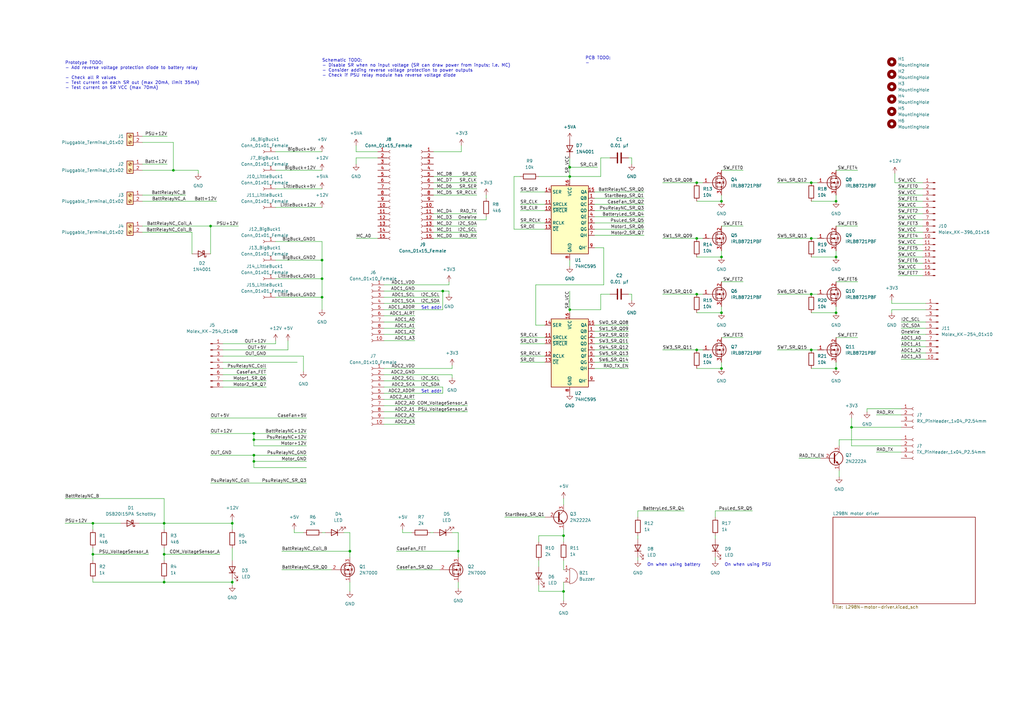
<source format=kicad_sch>
(kicad_sch (version 20211123) (generator eeschema)
  (paper "A3")
  (title_block (title "Greenhouse control unit") (date "2022-03-27") (rev "1"))
  (junction (at 104.14 180.34))
  (junction (at 38.1 227.33))
  (junction (at 38.1 214.63))
  (junction (at 231.14 219.71))
  (junction (at 104.14 186.69))
  (junction (at 187.96 226.06))
  (junction (at 285.75 143.51))
  (junction (at 67.31 214.63))
  (junction (at 349.25 175.26))
  (junction (at 295.91 82.55))
  (junction (at 132.08 106.68))
  (junction (at 71.12 69.85))
  (junction (at 67.31 238.76))
  (junction (at 342.9 82.55))
  (junction (at 332.74 120.65))
  (junction (at 285.75 120.65))
  (junction (at 95.25 238.76))
  (junction (at 295.91 151.13))
  (junction (at 181.61 119.38))
  (junction (at 143.51 226.06))
  (junction (at 231.14 242.57))
  (junction (at 342.9 151.13))
  (junction (at 342.9 105.41))
  (junction (at 295.91 128.27))
  (junction (at 295.91 105.41))
  (junction (at 285.75 97.79))
  (junction (at 132.08 121.92))
  (junction (at 233.68 68.58))
  (junction (at 67.31 227.33))
  (junction (at 132.08 114.3))
  (junction (at 233.68 127))
  (junction (at 95.25 214.63))
  (junction (at 332.74 74.93))
  (junction (at 285.75 74.93))
  (junction (at 86.36 92.71))
  (junction (at 104.14 189.23))
  (junction (at 332.74 97.79))
  (junction (at 342.9 128.27))
  (junction (at 104.14 177.8))
  (junction (at 233.68 72.39))
  (junction (at 332.74 143.51))
  (wire (pts (xy 355.6 167.64) (xy 355.6 168.91)))
  (wire (pts (xy 185.42 149.86) (xy 185.42 151.13)))
  (wire (pts (xy 177.8 77.47) (xy 195.58 77.47)))
  (wire (pts (xy 365.76 124.46) (xy 365.76 123.19)))
  (wire (pts (xy 344.17 180.34) (xy 344.17 182.88)))
  (wire (pts (xy 233.68 68.58) (xy 233.68 72.39)))
  (wire (pts (xy 71.12 58.42) (xy 71.12 69.85)))
  (wire (pts (xy 259.08 120.65) (xy 259.08 123.19)))
  (wire (pts (xy 118.11 143.51) (xy 118.11 139.7)))
  (wire (pts (xy 115.57 226.06) (xy 143.51 226.06)))
  (wire (pts (xy 261.62 220.98) (xy 261.62 219.71)))
  (wire (pts (xy 231.14 219.71) (xy 220.98 219.71)))
  (wire (pts (xy 26.67 204.47) (xy 67.31 204.47)))
  (wire (pts (xy 246.38 127) (xy 246.38 120.65)))
  (wire (pts (xy 81.28 69.85) (xy 81.28 71.12)))
  (wire (pts (xy 213.36 148.59) (xy 223.52 148.59)))
  (wire (pts (xy 368.3 105.41) (xy 378.46 105.41)))
  (wire (pts (xy 78.74 104.14) (xy 78.74 95.25)))
  (wire (pts (xy 379.73 124.46) (xy 365.76 124.46)))
  (wire (pts (xy 261.62 228.6) (xy 261.62 229.87)))
  (wire (pts (xy 189.23 62.23) (xy 189.23 59.69)))
  (wire (pts (xy 91.44 140.97) (xy 113.03 140.97)))
  (wire (pts (xy 295.91 105.41) (xy 295.91 102.87)))
  (wire (pts (xy 247.65 116.84) (xy 219.71 116.84)))
  (wire (pts (xy 67.31 227.33) (xy 90.17 227.33)))
  (wire (pts (xy 157.48 129.54) (xy 170.18 129.54)))
  (wire (pts (xy 125.73 191.77) (xy 104.14 191.77)))
  (wire (pts (xy 199.39 90.17) (xy 199.39 88.9)))
  (wire (pts (xy 332.74 97.79) (xy 335.28 97.79)))
  (wire (pts (xy 246.38 64.77) (xy 250.19 64.77)))
  (wire (pts (xy 368.3 100.33) (xy 378.46 100.33)))
  (wire (pts (xy 177.8 92.71) (xy 195.58 92.71)))
  (wire (pts (xy 38.1 217.17) (xy 38.1 214.63)))
  (wire (pts (xy 162.56 233.68) (xy 180.34 233.68)))
  (wire (pts (xy 220.98 240.03) (xy 220.98 242.57)))
  (wire (pts (xy 113.03 77.47) (xy 132.08 77.47)))
  (wire (pts (xy 58.42 80.01) (xy 76.2 80.01)))
  (wire (pts (xy 231.14 229.87) (xy 231.14 233.68)))
  (wire (pts (xy 233.68 106.68) (xy 233.68 109.22)))
  (wire (pts (xy 243.84 143.51) (xy 257.81 143.51)))
  (wire (pts (xy 132.08 106.68) (xy 132.08 114.3)))
  (wire (pts (xy 67.31 238.76) (xy 95.25 238.76)))
  (wire (pts (xy 58.42 82.55) (xy 88.9 82.55)))
  (wire (pts (xy 86.36 92.71) (xy 86.36 104.14)))
  (wire (pts (xy 349.25 175.26) (xy 369.57 175.26)))
  (wire (pts (xy 243.84 78.74) (xy 264.16 78.74)))
  (wire (pts (xy 177.8 72.39) (xy 195.58 72.39)))
  (wire (pts (xy 285.75 105.41) (xy 295.91 105.41)))
  (wire (pts (xy 38.1 227.33) (xy 38.1 224.79)))
  (wire (pts (xy 146.05 64.77) (xy 146.05 67.31)))
  (wire (pts (xy 113.03 114.3) (xy 132.08 114.3)))
  (wire (pts (xy 57.15 214.63) (xy 67.31 214.63)))
  (wire (pts (xy 157.48 119.38) (xy 181.61 119.38)))
  (wire (pts (xy 143.51 226.06) (xy 143.51 228.6)))
  (wire (pts (xy 187.96 218.44) (xy 187.96 226.06)))
  (wire (pts (xy 243.84 138.43) (xy 257.81 138.43)))
  (wire (pts (xy 95.25 224.79) (xy 95.25 229.87)))
  (wire (pts (xy 38.1 214.63) (xy 49.53 214.63)))
  (wire (pts (xy 157.48 124.46) (xy 180.34 124.46)))
  (wire (pts (xy 318.77 120.65) (xy 332.74 120.65)))
  (wire (pts (xy 318.77 74.93) (xy 332.74 74.93)))
  (wire (pts (xy 187.96 226.06) (xy 187.96 228.6)))
  (wire (pts (xy 157.48 161.29) (xy 181.61 161.29)))
  (wire (pts (xy 344.17 193.04) (xy 344.17 195.58)))
  (wire (pts (xy 257.81 120.65) (xy 259.08 120.65)))
  (wire (pts (xy 157.48 127) (xy 181.61 127)))
  (wire (pts (xy 132.08 114.3) (xy 132.08 121.92)))
  (wire (pts (xy 295.91 151.13) (xy 295.91 148.59)))
  (wire (pts (xy 165.1 217.17) (xy 165.1 218.44)))
  (wire (pts (xy 233.68 72.39) (xy 246.38 72.39)))
  (wire (pts (xy 368.3 113.03) (xy 378.46 113.03)))
  (wire (pts (xy 261.62 209.55) (xy 261.62 212.09)))
  (wire (pts (xy 349.25 182.88) (xy 369.57 182.88)))
  (wire (pts (xy 113.03 85.09) (xy 132.08 85.09)))
  (wire (pts (xy 246.38 72.39) (xy 246.38 64.77)))
  (wire (pts (xy 125.73 182.88) (xy 104.14 182.88)))
  (wire (pts (xy 243.84 83.82) (xy 264.16 83.82)))
  (wire (pts (xy 231.14 204.47) (xy 231.14 207.01)))
  (wire (pts (xy 86.36 171.45) (xy 125.73 171.45)))
  (wire (pts (xy 157.48 139.7) (xy 170.18 139.7)))
  (wire (pts (xy 223.52 212.09) (xy 207.01 212.09)))
  (wire (pts (xy 199.39 80.01) (xy 199.39 81.28)))
  (wire (pts (xy 295.91 115.57) (xy 304.8 115.57)))
  (wire (pts (xy 125.73 189.23) (xy 104.14 189.23)))
  (wire (pts (xy 369.57 134.62) (xy 379.73 134.62)))
  (wire (pts (xy 368.3 77.47) (xy 378.46 77.47)))
  (wire (pts (xy 220.98 72.39) (xy 233.68 72.39)))
  (wire (pts (xy 259.08 64.77) (xy 259.08 67.31)))
  (wire (pts (xy 120.65 218.44) (xy 124.46 218.44)))
  (wire (pts (xy 38.1 229.87) (xy 38.1 227.33)))
  (wire (pts (xy 86.36 177.8) (xy 104.14 177.8)))
  (wire (pts (xy 157.48 116.84) (xy 184.15 116.84)))
  (wire (pts (xy 318.77 143.51) (xy 332.74 143.51)))
  (wire (pts (xy 113.03 69.85) (xy 132.08 69.85)))
  (wire (pts (xy 231.14 242.57) (xy 231.14 246.38)))
  (wire (pts (xy 243.84 81.28) (xy 264.16 81.28)))
  (wire (pts (xy 233.68 64.77) (xy 233.68 68.58)))
  (wire (pts (xy 243.84 135.89) (xy 257.81 135.89)))
  (wire (pts (xy 308.61 209.55) (xy 293.37 209.55)))
  (wire (pts (xy 165.1 218.44) (xy 168.91 218.44)))
  (wire (pts (xy 243.84 148.59) (xy 257.81 148.59)))
  (wire (pts (xy 342.9 138.43) (xy 351.79 138.43)))
  (wire (pts (xy 369.57 167.64) (xy 355.6 167.64)))
  (wire (pts (xy 243.84 101.6) (xy 247.65 101.6)))
  (wire (pts (xy 210.82 72.39) (xy 210.82 93.98)))
  (wire (pts (xy 243.84 88.9) (xy 264.16 88.9)))
  (wire (pts (xy 246.38 120.65) (xy 250.19 120.65)))
  (wire (pts (xy 332.74 120.65) (xy 335.28 120.65)))
  (wire (pts (xy 176.53 218.44) (xy 177.8 218.44)))
  (wire (pts (xy 369.57 139.7) (xy 379.73 139.7)))
  (wire (pts (xy 213.36 86.36) (xy 223.52 86.36)))
  (wire (pts (xy 359.41 170.18) (xy 369.57 170.18)))
  (wire (pts (xy 285.75 120.65) (xy 288.29 120.65)))
  (wire (pts (xy 91.44 151.13) (xy 109.22 151.13)))
  (wire (pts (xy 327.66 187.96) (xy 336.55 187.96)))
  (wire (pts (xy 157.48 163.83) (xy 170.18 163.83)))
  (wire (pts (xy 157.48 121.92) (xy 180.34 121.92)))
  (wire (pts (xy 67.31 227.33) (xy 67.31 229.87)))
  (wire (pts (xy 332.74 74.93) (xy 335.28 74.93)))
  (wire (pts (xy 157.48 173.99) (xy 170.18 173.99)))
  (wire (pts (xy 104.14 186.69) (xy 125.73 186.69)))
  (wire (pts (xy 293.37 209.55) (xy 293.37 212.09)))
  (wire (pts (xy 104.14 177.8) (xy 125.73 177.8)))
  (wire (pts (xy 271.78 143.51) (xy 285.75 143.51)))
  (wire (pts (xy 91.44 148.59) (xy 121.92 148.59)))
  (wire (pts (xy 243.84 91.44) (xy 264.16 91.44)))
  (wire (pts (xy 26.67 214.63) (xy 38.1 214.63)))
  (wire (pts (xy 177.8 97.79) (xy 195.58 97.79)))
  (wire (pts (xy 58.42 58.42) (xy 71.12 58.42)))
  (wire (pts (xy 245.11 68.58) (xy 233.68 68.58)))
  (wire (pts (xy 177.8 95.25) (xy 195.58 95.25)))
  (wire (pts (xy 67.31 214.63) (xy 95.25 214.63)))
  (wire (pts (xy 344.17 180.34) (xy 369.57 180.34)))
  (wire (pts (xy 280.67 209.55) (xy 261.62 209.55)))
  (wire (pts (xy 368.3 107.95) (xy 378.46 107.95)))
  (wire (pts (xy 67.31 237.49) (xy 67.31 238.76)))
  (wire (pts (xy 113.03 99.06) (xy 132.08 99.06)))
  (wire (pts (xy 95.25 238.76) (xy 95.25 240.03)))
  (wire (pts (xy 157.48 134.62) (xy 170.18 134.62)))
  (wire (pts (xy 367.03 71.12) (xy 367.03 74.93)))
  (wire (pts (xy 369.57 144.78) (xy 379.73 144.78)))
  (wire (pts (xy 143.51 218.44) (xy 140.97 218.44)))
  (wire (pts (xy 213.36 78.74) (xy 223.52 78.74)))
  (wire (pts (xy 243.84 146.05) (xy 257.81 146.05)))
  (wire (pts (xy 318.77 97.79) (xy 332.74 97.79)))
  (wire (pts (xy 220.98 219.71) (xy 220.98 222.25)))
  (wire (pts (xy 184.15 115.57) (xy 184.15 116.84)))
  (wire (pts (xy 104.14 180.34) (xy 104.14 177.8)))
  (wire (pts (xy 146.05 62.23) (xy 154.94 62.23)))
  (wire (pts (xy 104.14 191.77) (xy 104.14 189.23)))
  (wire (pts (xy 243.84 151.13) (xy 257.81 151.13)))
  (wire (pts (xy 293.37 228.6) (xy 293.37 229.87)))
  (wire (pts (xy 104.14 182.88) (xy 104.14 180.34)))
  (wire (pts (xy 231.14 219.71) (xy 231.14 222.25)))
  (wire (pts (xy 58.42 69.85) (xy 71.12 69.85)))
  (wire (pts (xy 257.81 64.77) (xy 259.08 64.77)))
  (wire (pts (xy 285.75 82.55) (xy 295.91 82.55)))
  (wire (pts (xy 124.46 146.05) (xy 124.46 152.4)))
  (wire (pts (xy 332.74 151.13) (xy 342.9 151.13)))
  (wire (pts (xy 349.25 171.45) (xy 349.25 175.26)))
  (wire (pts (xy 233.68 127) (xy 233.68 128.27)))
  (wire (pts (xy 86.36 186.69) (xy 104.14 186.69)))
  (wire (pts (xy 342.9 128.27) (xy 342.9 125.73)))
  (wire (pts (xy 213.36 138.43) (xy 223.52 138.43)))
  (wire (pts (xy 332.74 82.55) (xy 342.9 82.55)))
  (wire (pts (xy 368.3 92.71) (xy 378.46 92.71)))
  (wire (pts (xy 369.57 132.08) (xy 379.73 132.08)))
  (wire (pts (xy 359.41 185.42) (xy 369.57 185.42)))
  (wire (pts (xy 181.61 119.38) (xy 184.15 119.38)))
  (wire (pts (xy 213.36 72.39) (xy 210.82 72.39)))
  (wire (pts (xy 368.3 102.87) (xy 378.46 102.87)))
  (wire (pts (xy 91.44 156.21) (xy 109.22 156.21)))
  (wire (pts (xy 368.3 82.55) (xy 378.46 82.55)))
  (wire (pts (xy 157.48 151.13) (xy 185.42 151.13)))
  (wire (pts (xy 342.9 92.71) (xy 351.79 92.71)))
  (wire (pts (xy 184.15 120.65) (xy 184.15 119.38)))
  (wire (pts (xy 213.36 91.44) (xy 223.52 91.44)))
  (wire (pts (xy 213.36 146.05) (xy 223.52 146.05)))
  (wire (pts (xy 368.3 85.09) (xy 378.46 85.09)))
  (wire (pts (xy 38.1 238.76) (xy 67.31 238.76)))
  (wire (pts (xy 177.8 87.63) (xy 195.58 87.63)))
  (wire (pts (xy 115.57 233.68) (xy 135.89 233.68)))
  (wire (pts (xy 271.78 74.93) (xy 285.75 74.93)))
  (wire (pts (xy 146.05 59.69) (xy 146.05 62.23)))
  (wire (pts (xy 368.3 87.63) (xy 378.46 87.63)))
  (wire (pts (xy 177.8 90.17) (xy 199.39 90.17)))
  (wire (pts (xy 132.08 121.92) (xy 132.08 127)))
  (wire (pts (xy 247.65 101.6) (xy 247.65 116.84)))
  (wire (pts (xy 220.98 242.57) (xy 231.14 242.57)))
  (wire (pts (xy 157.48 171.45) (xy 170.18 171.45)))
  (wire (pts (xy 157.48 156.21) (xy 180.34 156.21)))
  (wire (pts (xy 368.3 110.49) (xy 378.46 110.49)))
  (wire (pts (xy 231.14 217.17) (xy 231.14 219.71)))
  (wire (pts (xy 181.61 127) (xy 181.61 119.38)))
  (wire (pts (xy 154.94 64.77) (xy 146.05 64.77)))
  (wire (pts (xy 113.03 106.68) (xy 132.08 106.68)))
  (wire (pts (xy 219.71 116.84) (xy 219.71 133.35)))
  (wire (pts (xy 342.9 105.41) (xy 342.9 102.87)))
  (wire (pts (xy 368.3 95.25) (xy 378.46 95.25)))
  (wire (pts (xy 365.76 127) (xy 365.76 128.27)))
  (wire (pts (xy 187.96 238.76) (xy 187.96 241.3)))
  (wire (pts (xy 58.42 55.88) (xy 68.58 55.88)))
  (wire (pts (xy 185.42 218.44) (xy 187.96 218.44)))
  (wire (pts (xy 368.3 90.17) (xy 378.46 90.17)))
  (wire (pts (xy 231.14 238.76) (xy 231.14 242.57)))
  (wire (pts (xy 132.08 99.06) (xy 132.08 106.68)))
  (wire (pts (xy 332.74 143.51) (xy 335.28 143.51)))
  (wire (pts (xy 157.48 168.91) (xy 191.77 168.91)))
  (wire (pts (xy 91.44 153.67) (xy 109.22 153.67)))
  (wire (pts (xy 86.36 92.71) (xy 97.79 92.71)))
  (wire (pts (xy 58.42 95.25) (xy 78.74 95.25)))
  (wire (pts (xy 367.03 74.93) (xy 378.46 74.93)))
  (wire (pts (xy 243.84 93.98) (xy 264.16 93.98)))
  (wire (pts (xy 243.84 96.52) (xy 264.16 96.52)))
  (wire (pts (xy 332.74 105.41) (xy 342.9 105.41)))
  (wire (pts (xy 143.51 218.44) (xy 143.51 226.06)))
  (wire (pts (xy 213.36 140.97) (xy 223.52 140.97)))
  (wire (pts (xy 349.25 175.26) (xy 349.25 182.88)))
  (wire (pts (xy 181.61 158.75) (xy 181.61 161.29)))
  (wire (pts (xy 38.1 237.49) (xy 38.1 238.76)))
  (wire (pts (xy 293.37 220.98) (xy 293.37 219.71)))
  (wire (pts (xy 243.84 140.97) (xy 257.81 140.97)))
  (wire (pts (xy 157.48 158.75) (xy 181.61 158.75)))
  (wire (pts (xy 177.8 74.93) (xy 195.58 74.93)))
  (wire (pts (xy 81.28 69.85) (xy 71.12 69.85)))
  (wire (pts (xy 379.73 127) (xy 365.76 127)))
  (wire (pts (xy 233.68 72.39) (xy 233.68 73.66)))
  (wire (pts (xy 58.42 67.31) (xy 68.58 67.31)))
  (wire (pts (xy 113.03 139.7) (xy 113.03 140.97)))
  (wire (pts (xy 113.03 121.92) (xy 132.08 121.92)))
  (wire (pts (xy 157.48 137.16) (xy 170.18 137.16)))
  (wire (pts (xy 210.82 93.98) (xy 223.52 93.98)))
  (wire (pts (xy 113.03 62.23) (xy 132.08 62.23)))
  (wire (pts (xy 60.96 227.33) (xy 38.1 227.33)))
  (wire (pts (xy 91.44 158.75) (xy 109.22 158.75)))
  (wire (pts (xy 368.3 80.01) (xy 378.46 80.01)))
  (wire (pts (xy 185.42 154.94) (xy 185.42 153.67)))
  (wire (pts (xy 285.75 151.13) (xy 295.91 151.13)))
  (wire (pts (xy 132.08 218.44) (xy 133.35 218.44)))
  (wire (pts (xy 351.79 69.85) (xy 342.9 69.85)))
  (wire (pts (xy 213.36 83.82) (xy 223.52 83.82)))
  (wire (pts (xy 295.91 82.55) (xy 295.91 80.01)))
  (wire (pts (xy 91.44 143.51) (xy 118.11 143.51)))
  (wire (pts (xy 104.14 189.23) (xy 104.14 186.69)))
  (wire (pts (xy 91.44 146.05) (xy 124.46 146.05)))
  (wire (pts (xy 304.8 69.85) (xy 295.91 69.85)))
  (wire (pts (xy 233.68 119.38) (xy 233.68 127)))
  (wire (pts (xy 369.57 142.24) (xy 379.73 142.24)))
  (wire (pts (xy 369.57 137.16) (xy 379.73 137.16)))
  (wire (pts (xy 271.78 120.65) (xy 285.75 120.65)))
  (wire (pts (xy 219.71 133.35) (xy 223.52 133.35)))
  (wire (pts (xy 368.3 97.79) (xy 378.46 97.79)))
  (wire (pts (xy 67.31 204.47) (xy 67.31 214.63)))
  (wire (pts (xy 342.9 151.13) (xy 342.9 148.59)))
  (wire (pts (xy 285.75 128.27) (xy 295.91 128.27)))
  (wire (pts (xy 177.8 62.23) (xy 189.23 62.23)))
  (wire (pts (xy 177.8 80.01) (xy 195.58 80.01)))
  (wire (pts (xy 342.9 82.55) (xy 342.9 80.01)))
  (wire (pts (xy 243.84 86.36) (xy 264.16 86.36)))
  (wire (pts (xy 157.48 166.37) (xy 191.77 166.37)))
  (wire (pts (xy 295.91 138.43) (xy 304.8 138.43)))
  (wire (pts (xy 332.74 128.27) (xy 342.9 128.27)))
  (wire (pts (xy 143.51 238.76) (xy 143.51 242.57)))
  (wire (pts (xy 95.25 213.36) (xy 95.25 214.63)))
  (wire (pts (xy 285.75 97.79) (xy 288.29 97.79)))
  (wire (pts (xy 95.25 217.17) (xy 95.25 214.63)))
  (wire (pts (xy 125.73 180.34) (xy 104.14 180.34)))
  (wire (pts (xy 271.78 97.79) (xy 285.75 97.79)))
  (wire (pts (xy 86.36 198.12) (xy 125.73 198.12)))
  (wire (pts (xy 342.9 115.57) (xy 351.79 115.57)))
  (wire (pts (xy 233.68 127) (xy 246.38 127)))
  (wire (pts (xy 295.91 92.71) (xy 304.8 92.71)))
  (wire (pts (xy 157.48 153.67) (xy 185.42 153.67)))
  (wire (pts (xy 295.91 128.27) (xy 295.91 125.73)))
  (wire (pts (xy 243.84 133.35) (xy 257.81 133.35)))
  (wire (pts (xy 58.42 92.71) (xy 86.36 92.71)))
  (wire (pts (xy 146.05 97.79) (xy 154.94 97.79)))
  (wire (pts (xy 120.65 217.17) (xy 120.65 218.44)))
  (wire (pts (xy 162.56 226.06) (xy 187.96 226.06)))
  (wire (pts (xy 369.57 147.32) (xy 379.73 147.32)))
  (wire (pts (xy 157.48 132.08) (xy 170.18 132.08)))
  (wire (pts (xy 67.31 217.17) (xy 67.31 214.63)))
  (wire (pts (xy 67.31 224.79) (xy 67.31 227.33)))
  (wire (pts (xy 220.98 229.87) (xy 220.98 232.41)))
  (wire (pts (xy 95.25 237.49) (xy 95.25 238.76)))
  (wire (pts (xy 285.75 74.93) (xy 288.29 74.93)))
  (wire (pts (xy 285.75 143.51) (xy 288.29 143.51)))
  (text "On when using battery" (at 265.43 232.41 0) (effects (font (size 1.27 1.27)) (justify left bottom)))
  (text "PCB TODO:\n- " (at 240.03 26.67 0) (effects (font (size 1.27 1.27)) (justify left bottom)))
  (text "Set addr" (at 172.72 127 0) (effects (font (size 1.27 1.27)) (justify left bottom)))
  (text "Set addr" (at 172.72 161.29 0) (effects (font (size 1.27 1.27)) (justify left bottom)))
  (text "On when using PSU" (at 297.18 232.41 0) (effects (font (size 1.27 1.27)) (justify left bottom)))
  (text "Schematic TODO: \n- Disable SR when no input voltage (SR can draw power from inputs; i.e. MC)\n- Consider adding reverse voltage protection to power outputs\n- Check if PSU relay module has reverse voltage diode" (at 132.08 31.75 0) (effects (font (size 1.27 1.27)) (justify left bottom)))
  (text "Prototype TODO:\n- Add reverse voltage protection diode to battery relay\n\n- Check all R values\n- Test current on each SR out (max 20mA, limit 35mA)\n- Test current on SR VCC (max 70mA)\n" (at 26.67 36.83 0) (effects (font (size 1.27 1.27)) (justify left bottom)))
  (label "ADC2_A1" (at 170.18 168.91 180))
  (label "SW_VCC" (at 368.3 80.01 0))
  (label "SW_FET0" (at 368.3 77.47 0))
  (label "COM_VoltageSensor_A" (at 90.17 227.33 180))
  (label "MC_D6" (at 185.42 77.47 180))
  (label "SW_FET3" (at 368.3 92.71 0))
  (label "SR_RCLK" (at 213.36 146.05 0))
  (label "OUT+5V" (at 86.36 171.45 0))
  (label "MC_D0" (at 185.42 97.79 180))
  (label "ADC2_A2" (at 170.18 171.45 180))
  (label "OneWire" (at 195.58 90.17 180))
  (label "Motor2_SR_Q7" (at 109.22 158.75 180))
  (label "PSU+12V" (at 68.58 55.88 180))
  (label "SW_FET0" (at 304.8 69.85 180))
  (label "SW_FET6" (at 351.79 115.57 180))
  (label "SW_FET7" (at 351.79 138.43 180))
  (label "Motor1_SR_Q6" (at 264.16 93.98 180))
  (label "Batt+12V" (at 68.58 67.31 180))
  (label "PsuRelayNC_Coil" (at 86.36 198.12 0))
  (label "LittleBuck_GND2" (at 129.54 121.92 180))
  (label "PsuRelayNC_Coil" (at 109.22 151.13 180))
  (label "SW0_SR_Q08" (at 257.81 133.35 180))
  (label "MC_A0" (at 146.05 97.79 0))
  (label "SW1_SR_Q09" (at 257.81 135.89 180))
  (label "SW_FET1" (at 368.3 82.55 0))
  (label "SR_CLR" (at 213.36 140.97 0))
  (label "RAD_TX_EN" (at 327.66 187.96 0))
  (label "ADC1_GND" (at 170.18 119.38 180))
  (label "SW1_SR_Q09" (at 271.78 97.79 0))
  (label "ADC2_SCL" (at 170.18 156.21 180))
  (label "SR_RCLK" (at 213.36 91.44 0))
  (label "CaseFan_FET" (at 162.56 226.06 0))
  (label "BattRelayNC_A" (at 76.2 82.55 180))
  (label "SW6_SR_Q14" (at 318.77 120.65 0))
  (label "ADC2_A3" (at 170.18 173.99 180))
  (label "SW_VCC" (at 368.3 110.49 0))
  (label "PSU+12V" (at 26.67 214.63 0))
  (label "Motor2_SR_Q7" (at 264.16 96.52 180))
  (label "MC_D8" (at 185.42 72.39 180))
  (label "ADC2_ALRT" (at 170.18 163.83 180))
  (label "ADC1_ADDR" (at 170.18 127 180))
  (label "PsuRelayNC_GND" (at 125.73 186.69 180))
  (label "ADC1_ALRT" (at 170.18 129.54 180))
  (label "SW_VCC" (at 368.3 105.41 0))
  (label "RAD_TX_EN" (at 257.81 151.13 180))
  (label "OneWire" (at 369.57 137.16 0))
  (label "Motor_GND" (at 125.73 189.23 180))
  (label "BigBuck_GND1" (at 129.54 99.06 180))
  (label "SW7_SR_Q15" (at 318.77 143.51 0))
  (label "MC_D5" (at 185.42 80.01 180))
  (label "RAD_RX" (at 359.41 170.18 0))
  (label "I2C_SCL" (at 369.57 132.08 0))
  (label "SW_FET1" (at 304.8 92.71 180))
  (label "ADC1_A3" (at 369.57 147.32 0))
  (label "ADC1_A2" (at 369.57 144.78 0))
  (label "MC_D1" (at 185.42 95.25 180))
  (label "PsuLed_SR_Q5" (at 308.61 209.55 180))
  (label "BattRelayNC+12V" (at 125.73 177.8 180))
  (label "ADC1_SCA" (at 170.18 124.46 180))
  (label "ADC1_A0" (at 369.57 139.7 0))
  (label "SW_FET6" (at 368.3 107.95 0))
  (label "BigBuck_GND2" (at 129.54 106.68 180))
  (label "PSU_VoltageSensor_A" (at 60.96 227.33 180))
  (label "I2C_SDA" (at 369.57 134.62 0))
  (label "ADC1_A3" (at 170.18 139.7 180))
  (label "BattRelayNC_B" (at 26.67 204.47 0))
  (label "SW0_SR_Q08" (at 271.78 74.93 0))
  (label "ADC1_VDD" (at 170.18 116.84 180))
  (label "CaseFan_FET" (at 109.22 153.67 180))
  (label "PSU_VoltageSensor_A" (at 191.77 168.91 180))
  (label "OUT+12V" (at 109.22 140.97 180))
  (label "I2C_SDA" (at 180.34 158.75 180))
  (label "ADC1_A0" (at 170.18 132.08 180))
  (label "MC_D7" (at 185.42 74.93 180))
  (label "SR_CLK" (at 213.36 138.43 0))
  (label "ADC1_A1" (at 170.18 134.62 180))
  (label "SW_FET2" (at 368.3 87.63 0))
  (label "SW_FET5" (at 368.3 102.87 0))
  (label "OUT+5V" (at 109.22 143.51 180))
  (label "SW_FET4" (at 368.3 97.79 0))
  (label "I2C_SCL" (at 180.34 121.92 180))
  (label "SW_FET5" (at 351.79 92.71 180))
  (label "SR_CLK" (at 213.36 83.82 0))
  (label "BatteryLed_SR_Q4" (at 264.16 88.9 180))
  (label "StartBeep_SR_Q1" (at 264.16 81.28 180))
  (label "RAD_TX" (at 359.41 185.42 0))
  (label "Motor1_SR_Q6" (at 109.22 156.21 180))
  (label "LittleBuck+5V" (at 129.54 77.47 180))
  (label "PsuRelayNC_SR_Q3" (at 264.16 86.36 180))
  (label "BattRelayNC_Coil_A" (at 78.74 92.71 180))
  (label "CaseFan_SR_Q2" (at 162.56 233.68 0))
  (label "LittleBuck_GND1" (at 129.54 114.3 180))
  (label "Motor+12V" (at 125.73 182.88 180))
  (label "RAD_TX" (at 195.58 87.63 180))
  (label "BigBuck+12V" (at 129.54 69.85 180))
  (label "BattRelayNC_SR_Q0" (at 115.57 233.68 0))
  (label "OUT_GND" (at 86.36 186.69 0))
  (label "SR_VCC" (at 233.68 119.38 270))
  (label "SR_OE" (at 195.58 72.39 180))
  (label "SW_VCC" (at 368.3 85.09 0))
  (label "SW5_SR_Q13" (at 257.81 146.05 180))
  (label "I2C_SDA" (at 195.58 92.71 180))
  (label "SW_VCC" (at 368.3 95.25 0))
  (label "I2C_SCL" (at 195.58 95.25 180))
  (label "MC_D2" (at 185.42 92.71 180))
  (label "MC_D4" (at 185.42 87.63 180))
  (label "ADC2_SCA" (at 170.18 158.75 180))
  (label "SR_CLK" (at 195.58 74.93 180))
  (label "MC_D3" (at 185.42 90.17 180))
  (label "SR_SER" (at 213.36 78.74 0))
  (label "SW5_SR_Q13" (at 318.77 97.79 0))
  (label "BattRelayNC_SR_Q0" (at 264.16 78.74 180))
  (label "LittleBuck+12V" (at 129.54 85.09 180))
  (label "ADC1_A2" (at 170.18 137.16 180))
  (label "I2C_SDA" (at 180.34 124.46 180))
  (label "Batt+12V" (at 88.9 82.55 180))
  (label "ADC2_GND" (at 170.18 153.67 180))
  (label "SW6_SR_Q14" (at 257.81 148.59 180))
  (label "CaseFan_SR_Q2" (at 264.16 83.82 180))
  (label "PsuRelayNC+12V" (at 125.73 180.34 180))
  (label "StartBeep_SR_Q1" (at 207.01 212.09 0))
  (label "ADC2_ADDR" (at 170.18 161.29 180))
  (label "I2C_SCL" (at 180.34 156.21 180))
  (label "SW_FET4" (at 351.79 69.85 180))
  (label "COM_VoltageSensor_A" (at 191.77 166.37 180))
  (label "BattRelayNC_B" (at 76.2 80.01 180))
  (label "SR_OE" (at 213.36 148.59 0))
  (label "SR_CLR" (at 245.11 68.58 180))
  (label "SW3_SR_Q11" (at 257.81 140.97 180))
  (label "SW2_SR_Q10" (at 271.78 120.65 0))
  (label "SR_RCLK" (at 195.58 80.01 180))
  (label "PsuLed_SR_Q5" (at 264.16 91.44 180))
  (label "BattRelayNC_Coil_B" (at 115.57 226.06 0))
  (label "BigBuck+5V" (at 129.54 62.23 180))
  (label "SW4_SR_Q12" (at 257.81 143.51 180))
  (label "PSU+12V" (at 97.79 92.71 180))
  (label "ADC1_A1" (at 369.57 142.24 0))
  (label "SW4_SR_Q12" (at 318.77 74.93 0))
  (label "SR_SER" (at 195.58 77.47 180))
  (label "BatteryLed_SR_Q4" (at 280.67 209.55 180))
  (label "SW_FET7" (at 368.3 113.03 0))
  (label "SW_FET3" (at 304.8 138.43 180))
  (label "SR_CLR" (at 213.36 86.36 0))
  (label "ADC2_VDD" (at 170.18 151.13 180))
  (label "CaseFan+5V" (at 125.73 171.45 180))
  (label "SW_VCC" (at 368.3 74.93 0))
  (label "SR_OE" (at 213.36 93.98 0))
  (label "SW3_SR_Q11" (at 271.78 143.51 0))
  (label "OUT_GND" (at 109.22 146.05 180))
  (label "RAD_RX" (at 195.58 97.79 180))
  (label "SW_VCC" (at 368.3 100.33 0))
  (label "SW_VCC" (at 368.3 90.17 0))
  (label "ADC1_SCL" (at 170.18 121.92 180))
  (label "SW_FET2" (at 304.8 115.57 180))
  (label "OUT+12V" (at 86.36 177.8 0))
  (label "SR_VCC" (at 233.68 71.12 90))
  (label "PsuRelayNC_SR_Q3" (at 125.73 198.12 180))
  (label "SW2_SR_Q10" (at 257.81 138.43 180))
  (label "BattRelayNC_Coil_B" (at 78.74 95.25 180))
  (label "ADC2_A0" (at 170.18 166.37 180))
  (symbol (lib_id "Connector:Conn_01x01_Female") (at 107.95 114.3 180) (unit 1)
    (property "Reference" "J14_LittleBuck1" (at 108.585 109.22 0))
    (property "Value" "Conn_01x01_Female" (at 108.585 111.76 0))
    (property "Footprint" "Connector_PinHeader_2.54mm:PinHeader_1x01_P2.54mm_Vertical" (effects hide))
  )
  (symbol (lib_id "power:GND") (at 365.76 128.27 0) (unit 1)
    (property "Reference" "#PWR042" (effects hide))
    (property "Value" "GND" (at 365.76 133.35 0))
  )
  (symbol (lib_id "Device:R") (at 332.74 124.46 0) (unit 1)
    (property "Reference" "R20" (at 335.28 123.1899 0) (effects (justify left)))
    (property "Value" "10k" (at 335.28 125.7299 0) (effects (justify left)))
    (property "Footprint" "Resistor_THT:R_Axial_DIN0204_L3.6mm_D1.6mm_P5.08mm_Horizontal" (effects hide))
  )
  (symbol (lib_id "Device:R") (at 38.1 220.98 0) (unit 1)
    (property "Reference" "R1" (at 40.64 219.7099 0) (effects (justify left)))
    (property "Value" "4k6" (at 40.64 222.2499 0) (effects (justify left)))
    (property "Footprint" "Resistor_THT:R_Axial_DIN0207_L6.3mm_D2.5mm_P7.62mm_Horizontal" (effects hide))
  )
  (symbol (lib_id "Mechanical:MountingHole") (at 365.76 35.56 0) (unit 1)
    (property "Reference" "H3" (at 368.3 34.2899 0) (effects (justify left)))
    (property "Value" "MountingHole" (at 368.3 36.8299 0) (effects (justify left)))
    (property "Footprint" "MountingHole:MountingHole_3mm" (effects hide))
  )
  (symbol (lib_id "power:GND") (at 342.9 105.41 0) (unit 1)
    (property "Reference" "#PWR038" (effects hide))
    (property "Value" "GND" (at 342.9 110.49 0))
  )
  (symbol (lib_id "Device:R") (at 220.98 226.06 0) (unit 1)
    (property "Reference" "R10" (at 223.52 224.7899 0) (effects (justify left)))
    (property "Value" "2k" (at 223.52 227.3299 0) (effects (justify left)))
    (property "Footprint" "Resistor_THT:R_Axial_DIN0207_L6.3mm_D2.5mm_P7.62mm_Horizontal" (effects hide))
  )
  (symbol (lib_id "power:+5V") (at 132.08 62.23 0) (unit 1)
    (property "Reference" "#PWR08" (effects hide))
    (property "Value" "+5V" (at 132.08 57.15 0))
  )
  (symbol (lib_id "Mechanical:MountingHole") (at 365.76 50.8 0) (unit 1)
    (property "Reference" "H6" (at 368.3 49.5299 0) (effects (justify left)))
    (property "Value" "MountingHole" (at 368.3 52.0699 0) (effects (justify left)))
    (property "Footprint" "MountingHole:MountingHole_3mm" (effects hide))
  )
  (symbol (lib_id "Transistor_FET:2N7000") (at 185.42 233.68 0) (unit 1)
    (property "Reference" "Q2" (at 191.77 232.4099 0) (effects (justify left)))
    (property "Value" "2N7000" (at 191.77 234.9499 0) (effects (justify left)))
    (property "Footprint" "Package_TO_SOT_THT:TO-92_Inline" (effects hide))
    (property "Datasheet" "https://www.onsemi.com/pub/Collateral/NDS7002A-D.PDF" (effects hide))
  )
  (symbol (lib_id "power:+5VA") (at 132.08 77.47 0) (unit 1)
    (property "Reference" "#PWR010" (effects hide))
    (property "Value" "+5VA" (at 132.08 72.39 0))
  )
  (symbol (lib_id "power:GND") (at 295.91 128.27 0) (unit 1)
    (property "Reference" "#PWR035" (effects hide))
    (property "Value" "GND" (at 295.91 133.35 0))
  )
  (symbol (lib_id "power:+12V") (at 95.25 213.36 0) (unit 1)
    (property "Reference" "#PWR02" (effects hide))
    (property "Value" "+12V" (at 95.25 208.28 0))
  )
  (symbol (lib_id "74xx:74HC595") (at 233.68 143.51 0) (unit 1)
    (property "Reference" "U2" (at 235.6994 161.29 0) (effects (justify left)))
    (property "Value" "74HC595" (at 235.6994 163.83 0) (effects (justify left)))
    (property "Footprint" "Package_DIP:DIP-16_W7.62mm_Socket" (effects hide))
    (property "Datasheet" "http://www.ti.com/lit/ds/symlink/sn74hc595.pdf" (effects hide))
  )
  (symbol (lib_id "Mechanical:MountingHole") (at 365.76 30.48 0) (unit 1)
    (property "Reference" "H2" (at 368.3 29.2099 0) (effects (justify left)))
    (property "Value" "MountingHole" (at 368.3 31.7499 0) (effects (justify left)))
    (property "Footprint" "MountingHole:MountingHole_3mm" (effects hide))
  )
  (symbol (lib_id "power:+3V3") (at 365.76 123.19 0) (unit 1)
    (property "Reference" "#PWR041" (effects hide))
    (property "Value" "+3V3" (at 365.76 118.11 0))
  )
  (symbol (lib_id "power:+3V3") (at 185.42 149.86 0) (unit 1)
    (property "Reference" "#PWR019" (effects hide))
    (property "Value" "+3V3" (at 185.42 144.78 0))
  )
  (symbol (lib_id "Transistor_FET:IRLB8721PBF") (at 293.37 120.65 0) (unit 1)
    (property "Reference" "Q6" (at 299.72 119.3799 0) (effects (justify left)))
    (property "Value" "IRLB8721PBF" (at 299.72 121.9199 0) (effects (justify left)))
    (property "Footprint" "Package_TO_SOT_THT:TO-220-3_Horizontal_TabDown" (effects hide))
    (property "Datasheet" "http://www.infineon.com/dgdl/irlb8721pbf.pdf?fileId=5546d462533600a40153566056732591" (effects hide))
  )
  (symbol (lib_id "Connector:Conn_01x16_Male") (at 383.54 92.71 0) (mirror y) (unit 1)
    (property "Reference" "J10" (at 384.81 92.7099 0) (effects (justify right)))
    (property "Value" "Molex_KK-396_01x16" (at 384.81 95.2499 0) (effects (justify right)))
    (property "Footprint" "Connector_Molex:Molex_KK-396_A-41791-0016_1x16_P3.96mm_Vertical" (effects hide))
  )
  (symbol (lib_id "Mechanical:MountingHole") (at 365.76 40.64 0) (unit 1)
    (property "Reference" "H4" (at 368.3 39.3699 0) (effects (justify left)))
    (property "Value" "MountingHole" (at 368.3 41.9099 0) (effects (justify left)))
    (property "Footprint" "MountingHole:MountingHole_3mm" (effects hide))
  )
  (symbol (lib_id "Connector:Screw_Terminal_01x02") (at 53.34 55.88 0) (mirror y) (unit 1)
    (property "Reference" "J1" (at 50.8 55.8799 0) (effects (justify left)))
    (property "Value" "Pluggable_Terminal_01x02" (at 50.8 58.4199 0) (effects (justify left)))
    (property "Footprint" "TerminalBlock_Phoenix:TerminalBlock_Phoenix_MKDS-1,5-2-5.08_1x02_P5.08mm_Horizontal" (effects hide))
  )
  (symbol (lib_id "power:GND") (at 185.42 154.94 0) (unit 1)
    (property "Reference" "#PWR020" (effects hide))
    (property "Value" "GND" (at 185.42 160.02 0))
  )
  (symbol (lib_id "Device:R") (at 172.72 218.44 90) (unit 1)
    (property "Reference" "R7" (at 172.72 212.09 90))
    (property "Value" "2k" (at 172.72 214.63 90))
    (property "Footprint" "Resistor_THT:R_Axial_DIN0207_L6.3mm_D2.5mm_P7.62mm_Horizontal" (effects hide))
  )
  (symbol (lib_id "power:GND") (at 344.17 195.58 0) (unit 1)
    (property "Reference" "#PWR?" (effects hide))
    (property "Value" "GND" (at 344.17 200.66 0))
  )
  (symbol (lib_id "Device:C") (at 254 64.77 90) (unit 1)
    (property "Reference" "C1" (at 254 57.15 90))
    (property "Value" "0.01 μf" (at 254 59.69 90))
    (property "Footprint" "Capacitor_THT:C_Disc_D3.0mm_W1.6mm_P2.50mm" (effects hide))
  )
  (symbol (lib_id "Connector:Conn_01x01_Female") (at 107.95 62.23 180) (unit 1)
    (property "Reference" "J6_BigBuck1" (at 108.585 57.15 0))
    (property "Value" "Conn_01x01_Female" (at 108.585 59.69 0))
    (property "Footprint" "Connector_PinSocket_2.54mm:PinSocket_1x01_P2.54mm_Vertical" (effects hide))
  )
  (symbol (lib_id "Device:LED") (at 261.62 224.79 90) (unit 1)
    (property "Reference" "D8" (at 265.43 225.1074 90) (effects (justify right)))
    (property "Value" "LED" (at 265.43 227.6474 90) (effects (justify right)))
    (property "Footprint" "LED_THT:LED_D5.0mm" (effects hide))
  )
  (symbol (lib_id "power:GND") (at 95.25 240.03 0) (unit 1)
    (property "Reference" "#PWR03" (effects hide))
    (property "Value" "GND" (at 95.25 245.11 0))
  )
  (symbol (lib_id "Transistor_FET:IRLB8721PBF") (at 293.37 143.51 0) (unit 1)
    (property "Reference" "Q7" (at 299.72 142.2399 0) (effects (justify left)))
    (property "Value" "IRLB8721PBF" (at 299.72 144.7799 0) (effects (justify left)))
    (property "Footprint" "Package_TO_SOT_THT:TO-220-3_Horizontal_TabDown" (effects hide))
    (property "Datasheet" "http://www.infineon.com/dgdl/irlb8721pbf.pdf?fileId=5546d462533600a40153566056732591" (effects hide))
  )
  (symbol (lib_id "Connector:Conn_01x04_Female") (at 374.65 182.88 0) (unit 1)
    (property "Reference" "J?" (at 375.92 182.8799 0) (effects (justify left)))
    (property "Value" "TX_PinHeader_1x04_P2.54mm" (at 375.92 185.4199 0) (effects (justify left)))
    (property "Footprint" "Connector_Molex:Molex_KK-254_AE-6410-08A_1x04_P2.54mm_Vertical" (effects hide))
  )
  (symbol (lib_id "Device:R") (at 285.75 147.32 0) (unit 1)
    (property "Reference" "R16" (at 288.29 146.0499 0) (effects (justify left)))
    (property "Value" "10k" (at 288.29 148.5899 0) (effects (justify left)))
    (property "Footprint" "Resistor_THT:R_Axial_DIN0204_L3.6mm_D1.6mm_P5.08mm_Horizontal" (effects hide))
  )
  (symbol (lib_id "Device:R") (at 285.75 124.46 0) (unit 1)
    (property "Reference" "R15" (at 288.29 123.1899 0) (effects (justify left)))
    (property "Value" "10k" (at 288.29 125.7299 0) (effects (justify left)))
    (property "Footprint" "Resistor_THT:R_Axial_DIN0204_L3.6mm_D1.6mm_P5.08mm_Horizontal" (effects hide))
  )
  (symbol (lib_id "power:GND") (at 81.28 71.12 0) (unit 1)
    (property "Reference" "#PWR01" (effects hide))
    (property "Value" "GND" (at 81.28 76.2 0))
  )
  (symbol (lib_id "power:+5V") (at 118.11 139.7 0) (unit 1)
    (property "Reference" "#PWR05" (effects hide))
    (property "Value" "+5V" (at 118.11 134.62 0))
  )
  (symbol (lib_id "Connector:Conn_01x15_Female") (at 160.02 80.01 0) (unit 1)
    (property "Reference" "J8" (at 159.385 57.15 0))
    (property "Value" "Conn_01x15_Female" (at 159.385 59.69 0))
    (property "Footprint" "Connector_PinSocket_2.54mm:PinSocket_1x15_P2.54mm_Vertical" (effects hide))
  )
  (symbol (lib_id "Device:R") (at 128.27 218.44 90) (unit 1)
    (property "Reference" "R6" (at 128.27 212.09 90))
    (property "Value" "2k" (at 128.27 214.63 90))
    (property "Footprint" "Resistor_THT:R_Axial_DIN0207_L6.3mm_D2.5mm_P7.62mm_Horizontal" (effects hide))
  )
  (symbol (lib_id "Connector:Conn_01x10_Female") (at 152.4 127 0) (mirror y) (unit 1)
    (property "Reference" "J6" (at 153.035 111.76 0))
    (property "Value" "Conn_01x10_Female" (at 153.035 114.3 0))
    (property "Footprint" "Connector_PinSocket_2.54mm:PinSocket_1x10_P2.54mm_Vertical" (effects hide))
  )
  (symbol (lib_id "Device:R") (at 199.39 85.09 0) (unit 1)
    (property "Reference" "R8" (at 201.93 83.8199 0) (effects (justify left)))
    (property "Value" "4k6" (at 201.93 86.3599 0) (effects (justify left)))
    (property "Footprint" "Resistor_THT:R_Axial_DIN0207_L6.3mm_D2.5mm_P7.62mm_Horizontal" (effects hide))
  )
  (symbol (lib_id "Connector:Conn_01x10_Female") (at 152.4 161.29 0) (mirror y) (unit 1)
    (property "Reference" "J7" (at 153.035 146.05 0))
    (property "Value" "Conn_01x10_Female" (at 153.035 148.59 0))
    (property "Footprint" "Connector_PinSocket_2.54mm:PinSocket_1x10_P2.54mm_Vertical" (effects hide))
  )
  (symbol (lib_id "power:+12V") (at 113.03 139.7 0) (unit 1)
    (property "Reference" "#PWR04" (effects hide))
    (property "Value" "+12V" (at 113.03 134.62 0))
  )
  (symbol (lib_id "Connector:Conn_01x01_Female") (at 107.95 106.68 180) (unit 1)
    (property "Reference" "J13_BigBuck1" (at 108.585 101.6 0))
    (property "Value" "Conn_01x01_Female" (at 108.585 104.14 0))
    (property "Footprint" "Connector_PinSocket_2.54mm:PinSocket_1x01_P2.54mm_Vertical" (effects hide))
  )
  (symbol (lib_id "power:GND") (at 233.68 161.29 0) (unit 1)
    (property "Reference" "#PWR028" (effects hide))
    (property "Value" "GND" (at 233.68 166.37 0))
  )
  (symbol (lib_id "Nick:2N2222A") (at 228.6 212.09 0) (unit 1)
    (property "Reference" "Q3" (at 233.68 210.8199 0) (effects (justify left)))
    (property "Value" "2N2222A" (at 233.68 213.3599 0) (effects (justify left)))
    (property "Footprint" "Package_TO_SOT_THT:TO-92_Inline" (effects hide))
    (property "Datasheet" "https://www.onsemi.com/pub/Collateral/2N3903-D.PDF" (effects hide))
  )
  (symbol (lib_id "power:+5VA") (at 233.68 57.15 0) (unit 1)
    (property "Reference" "#PWR026" (effects hide))
    (property "Value" "+5VA" (at 233.68 52.07 0))
  )
  (symbol (lib_id "Device:R") (at 285.75 78.74 0) (unit 1)
    (property "Reference" "R13" (at 288.29 77.4699 0) (effects (justify left)))
    (property "Value" "10k" (at 288.29 80.0099 0) (effects (justify left)))
    (property "Footprint" "Resistor_THT:R_Axial_DIN0204_L3.6mm_D1.6mm_P5.08mm_Horizontal" (effects hide))
  )
  (symbol (lib_id "Transistor_FET:2N7000") (at 140.97 233.68 0) (unit 1)
    (property "Reference" "Q1" (at 147.32 232.4099 0) (effects (justify left)))
    (property "Value" "2N7000" (at 147.32 234.9499 0) (effects (justify left)))
    (property "Footprint" "Package_TO_SOT_THT:TO-92_Inline" (effects hide))
    (property "Datasheet" "https://www.onsemi.com/pub/Collateral/NDS7002A-D.PDF" (effects hide))
  )
  (symbol (lib_id "power:+3V3") (at 184.15 115.57 0) (unit 1)
    (property "Reference" "#PWR017" (effects hide))
    (property "Value" "+3V3" (at 184.15 110.49 0))
  )
  (symbol (lib_id "power:+3V3") (at 349.25 171.45 0) (unit 1)
    (property "Reference" "#PWR?" (effects hide))
    (property "Value" "+3V3" (at 349.25 166.37 0))
  )
  (symbol (lib_id "Device:R") (at 332.74 78.74 0) (unit 1)
    (property "Reference" "R18" (at 335.28 77.4699 0) (effects (justify left)))
    (property "Value" "10k" (at 335.28 80.0099 0) (effects (justify left)))
    (property "Footprint" "Resistor_THT:R_Axial_DIN0204_L3.6mm_D1.6mm_P5.08mm_Horizontal" (effects hide))
  )
  (symbol (lib_id "Device:LED") (at 181.61 218.44 180) (unit 1)
    (property "Reference" "D5" (at 183.1975 210.82 0))
    (property "Value" "LED" (at 183.1975 213.36 0))
    (property "Footprint" "LED_THT:LED_D5.0mm" (effects hide))
  )
  (symbol (lib_id "power:GND") (at 259.08 123.19 0) (unit 1)
    (property "Reference" "#PWR030" (effects hide))
    (property "Value" "GND" (at 259.08 128.27 0))
  )
  (symbol (lib_id "Connector:Conn_01x10_Male") (at 384.81 134.62 0) (mirror y) (unit 1)
    (property "Reference" "J11" (at 386.08 134.6199 0) (effects (justify right)))
    (property "Value" "Molex_KK-254_01x10" (at 386.08 137.1599 0) (effects (justify right)))
    (property "Footprint" "Connector_Molex:Molex_KK-254_AE-6410-10A_1x10_P2.54mm_Vertical" (effects hide))
  )
  (symbol (lib_id "Device:R") (at 67.31 233.68 0) (unit 1)
    (property "Reference" "R4" (at 69.85 232.4099 0) (effects (justify left)))
    (property "Value" "1k" (at 69.85 234.9499 0) (effects (justify left)))
    (property "Footprint" "Resistor_THT:R_Axial_DIN0207_L6.3mm_D2.5mm_P7.62mm_Horizontal" (effects hide))
  )
  (symbol (lib_id "Device:R") (at 332.74 101.6 0) (unit 1)
    (property "Reference" "R19" (at 335.28 100.3299 0) (effects (justify left)))
    (property "Value" "10k" (at 335.28 102.8699 0) (effects (justify left)))
    (property "Footprint" "Resistor_THT:R_Axial_DIN0204_L3.6mm_D1.6mm_P5.08mm_Horizontal" (effects hide))
  )
  (symbol (lib_id "Device:R") (at 38.1 233.68 0) (unit 1)
    (property "Reference" "R2" (at 40.64 232.4099 0) (effects (justify left)))
    (property "Value" "1k" (at 40.64 234.9499 0) (effects (justify left)))
    (property "Footprint" "Resistor_THT:R_Axial_DIN0207_L6.3mm_D2.5mm_P7.62mm_Horizontal" (effects hide))
  )
  (symbol (lib_id "Device:C") (at 254 120.65 90) (unit 1)
    (property "Reference" "C2" (at 254 113.03 90))
    (property "Value" "0.01 μf" (at 254 115.57 90))
    (property "Footprint" "Capacitor_THT:C_Disc_D3.0mm_W1.6mm_P2.50mm" (effects hide))
  )
  (symbol (lib_id "Device:LED") (at 293.37 224.79 90) (unit 1)
    (property "Reference" "D9" (at 297.18 225.1074 90) (effects (justify right)))
    (property "Value" "LED" (at 297.18 227.6474 90) (effects (justify right)))
    (property "Footprint" "LED_THT:LED_D5.0mm" (effects hide))
  )
  (symbol (lib_id "power:+5V") (at 231.14 204.47 0) (unit 1)
    (property "Reference" "#PWR024" (effects hide))
    (property "Value" "+5V" (at 231.14 199.39 0))
  )
  (symbol (lib_id "power:GND") (at 293.37 229.87 0) (unit 1)
    (property "Reference" "#PWR032" (effects hide))
    (property "Value" "GND" (at 293.37 234.95 0))
  )
  (symbol (lib_id "power:GND") (at 342.9 128.27 0) (unit 1)
    (property "Reference" "#PWR039" (effects hide))
    (property "Value" "GND" (at 342.9 133.35 0))
  )
  (symbol (lib_id "Connector:Screw_Terminal_01x02") (at 53.34 92.71 0) (mirror y) (unit 1)
    (property "Reference" "J4" (at 50.8 92.7099 0) (effects (justify left)))
    (property "Value" "Pluggable_Terminal_01x02" (at 50.8 95.2499 0) (effects (justify left)))
    (property "Footprint" "TerminalBlock_Phoenix:TerminalBlock_Phoenix_MKDS-1,5-2-5.08_1x02_P5.08mm_Horizontal" (effects hide))
  )
  (symbol (lib_id "power:+12V") (at 132.08 69.85 0) (unit 1)
    (property "Reference" "#PWR09" (effects hide))
    (property "Value" "+12V" (at 132.08 64.77 0))
  )
  (symbol (lib_id "power:+12V") (at 367.03 71.12 0) (unit 1)
    (property "Reference" "#PWR043" (effects hide))
    (property "Value" "+12V" (at 367.03 66.04 0))
  )
  (symbol (lib_id "Transistor_FET:IRLB8721PBF") (at 340.36 143.51 0) (unit 1)
    (property "Reference" "Q11" (at 346.71 142.2399 0) (effects (justify left)))
    (property "Value" "IRLB8721PBF" (at 346.71 144.7799 0) (effects (justify left)))
    (property "Footprint" "Package_TO_SOT_THT:TO-220-3_Horizontal_TabDown" (effects hide))
    (property "Datasheet" "http://www.infineon.com/dgdl/irlb8721pbf.pdf?fileId=5546d462533600a40153566056732591" (effects hide))
  )
  (symbol (lib_id "Device:D_Schottky") (at 53.34 214.63 180) (unit 1)
    (property "Reference" "D1" (at 53.6575 208.28 0))
    (property "Value" "DSB20I15PA Schottky" (at 53.6575 210.82 0))
    (property "Footprint" "Package_TO_SOT_THT:TO-220-2_Vertical" (effects hide))
  )
  (symbol (lib_id "Device:LED") (at 95.25 233.68 90) (unit 1)
    (property "Reference" "D3" (at 99.06 233.9974 90) (effects (justify right)))
    (property "Value" "LED" (at 99.06 236.5374 90) (effects (justify right)))
    (property "Footprint" "LED_THT:LED_D5.0mm" (effects hide))
  )
  (symbol (lib_id "Device:R") (at 231.14 226.06 0) (unit 1)
    (property "Reference" "R11" (at 233.68 224.7899 0) (effects (justify left)))
    (property "Value" "1k" (at 233.68 227.3299 0) (effects (justify left)))
    (property "Footprint" "Resistor_THT:R_Axial_DIN0207_L6.3mm_D2.5mm_P7.62mm_Horizontal" (effects hide))
  )
  (symbol (lib_id "power:GND") (at 355.6 168.91 0) (unit 1)
    (property "Reference" "#PWR?" (effects hide))
    (property "Value" "GND" (at 355.6 173.99 0))
  )
  (symbol (lib_id "Transistor_FET:IRLB8721PBF") (at 340.36 97.79 0) (unit 1)
    (property "Reference" "Q9" (at 346.71 96.5199 0) (effects (justify left)))
    (property "Value" "IRLB8721PBF" (at 346.71 99.0599 0) (effects (justify left)))
    (property "Footprint" "Package_TO_SOT_THT:TO-220-3_Horizontal_TabDown" (effects hide))
    (property "Datasheet" "http://www.infineon.com/dgdl/irlb8721pbf.pdf?fileId=5546d462533600a40153566056732591" (effects hide))
  )
  (symbol (lib_id "Connector:Conn_01x01_Female") (at 107.95 77.47 180) (unit 1)
    (property "Reference" "J10_LittleBuck1" (at 108.585 72.39 0))
    (property "Value" "Conn_01x01_Female" (at 108.585 74.93 0))
    (property "Footprint" "Connector_PinHeader_2.54mm:PinHeader_1x01_P2.54mm_Vertical" (effects hide))
  )
  (symbol (lib_id "power:GND") (at 146.05 67.31 0) (unit 1)
    (property "Reference" "#PWR015" (effects hide))
    (property "Value" "GND" (at 146.05 72.39 0))
  )
  (symbol (lib_id "power:GND") (at 132.08 127 0) (unit 1)
    (property "Reference" "#PWR012" (effects hide))
    (property "Value" "GND" (at 132.08 132.08 0))
  )
  (symbol (lib_id "power:+5V") (at 165.1 217.17 0) (unit 1)
    (property "Reference" "#PWR016" (effects hide))
    (property "Value" "+5V" (at 165.1 212.09 0))
  )
  (symbol (lib_id "power:GND") (at 184.15 120.65 0) (unit 1)
    (property "Reference" "#PWR018" (effects hide))
    (property "Value" "GND" (at 184.15 125.73 0))
  )
  (symbol (lib_id "power:+5VA") (at 146.05 59.69 0) (unit 1)
    (property "Reference" "#PWR014" (effects hide))
    (property "Value" "+5VA" (at 146.05 54.61 0))
  )
  (symbol (lib_id "Mechanical:MountingHole") (at 365.76 45.72 0) (unit 1)
    (property "Reference" "H5" (at 368.3 44.4499 0) (effects (justify left)))
    (property "Value" "MountingHole" (at 368.3 46.9899 0) (effects (justify left)))
    (property "Footprint" "MountingHole:MountingHole_3mm" (effects hide))
  )
  (symbol (lib_id "Connector:Conn_01x08_Male") (at 86.36 148.59 0) (unit 1)
    (property "Reference" "J5" (at 86.995 133.35 0))
    (property "Value" "Molex_KK-254_01x08" (at 86.995 135.89 0))
    (property "Footprint" "Connector_Molex:Molex_KK-254_AE-6410-08A_1x08_P2.54mm_Vertical" (effects hide))
  )
  (symbol (lib_id "power:+12V") (at 132.08 85.09 0) (unit 1)
    (property "Reference" "#PWR011" (effects hide))
    (property "Value" "+12V" (at 132.08 80.01 0))
  )
  (symbol (lib_id "power:GND") (at 233.68 109.22 0) (unit 1)
    (property "Reference" "#PWR027" (effects hide))
    (property "Value" "GND" (at 233.68 114.3 0))
  )
  (symbol (lib_id "Connector:Conn_01x01_Female") (at 107.95 69.85 180) (unit 1)
    (property "Reference" "J7_BigBuck1" (at 108.585 64.77 0))
    (property "Value" "Conn_01x01_Female" (at 108.585 67.31 0))
    (property "Footprint" "Connector_PinSocket_2.54mm:PinSocket_1x01_P2.54mm_Vertical" (effects hide))
  )
  (symbol (lib_id "74xx:74HC595") (at 233.68 88.9 0) (unit 1)
    (property "Reference" "U1" (at 235.6994 106.68 0) (effects (justify left)))
    (property "Value" "74HC595" (at 235.6994 109.22 0) (effects (justify left)))
    (property "Footprint" "Package_DIP:DIP-16_W7.62mm_Socket" (effects hide))
    (property "Datasheet" "http://www.ti.com/lit/ds/symlink/sn74hc595.pdf" (effects hide))
  )
  (symbol (lib_id "power:+3V3") (at 199.39 80.01 0) (unit 1)
    (property "Reference" "#PWR023" (effects hide))
    (property "Value" "+3V3" (at 199.39 74.93 0))
  )
  (symbol (lib_id "Device:D_Schottky") (at 82.55 104.14 180) (unit 1)
    (property "Reference" "D2" (at 82.8675 107.95 0))
    (property "Value" "1N4001" (at 82.8675 110.49 0))
    (property "Footprint" "Diode_THT:D_DO-41_SOD81_P10.16mm_Horizontal" (effects hide))
  )
  (symbol (lib_id "Device:R") (at 95.25 220.98 0) (unit 1)
    (property "Reference" "R5" (at 97.79 219.7099 0) (effects (justify left)))
    (property "Value" "10k" (at 97.79 222.2499 0) (effects (justify left)))
    (property "Footprint" "Resistor_THT:R_Axial_DIN0207_L6.3mm_D2.5mm_P7.62mm_Horizontal" (effects hide))
  )
  (symbol (lib_id "Device:R") (at 293.37 215.9 0) (unit 1)
    (property "Reference" "R17" (at 295.91 214.6299 0) (effects (justify left)))
    (property "Value" "1k" (at 295.91 217.1699 0) (effects (justify left)))
    (property "Footprint" "Resistor_THT:R_Axial_DIN0207_L6.3mm_D2.5mm_P7.62mm_Horizontal" (effects hide))
  )
  (symbol (lib_id "Nick:2N2222A") (at 341.63 187.96 0) (unit 1)
    (property "Reference" "Q?" (at 346.71 186.6899 0) (effects (justify left)))
    (property "Value" "2N2222A" (at 346.71 189.2299 0) (effects (justify left)))
    (property "Footprint" "Package_TO_SOT_THT:TO-92_Inline" (effects hide))
    (property "Datasheet" "https://www.onsemi.com/pub/Collateral/2N3903-D.PDF" (effects hide))
  )
  (symbol (lib_id "power:+5V") (at 120.65 217.17 0) (unit 1)
    (property "Reference" "#PWR06" (effects hide))
    (property "Value" "+5V" (at 120.65 212.09 0))
  )
  (symbol (lib_id "Device:LED") (at 220.98 236.22 90) (unit 1)
    (property "Reference" "D6" (at 224.79 236.5374 90) (effects (justify right)))
    (property "Value" "LED" (at 224.79 239.0774 90) (effects (justify right)))
    (property "Footprint" "LED_THT:LED_D5.0mm" (effects hide))
  )
  (symbol (lib_id "power:+3V3") (at 189.23 59.69 0) (unit 1)
    (property "Reference" "#PWR022" (effects hide))
    (property "Value" "+3V3" (at 189.23 54.61 0))
  )
  (symbol (lib_id "Device:R") (at 261.62 215.9 0) (unit 1)
    (property "Reference" "R12" (at 264.16 214.6299 0) (effects (justify left)))
    (property "Value" "1k" (at 264.16 217.1699 0) (effects (justify left)))
    (property "Footprint" "Resistor_THT:R_Axial_DIN0207_L6.3mm_D2.5mm_P7.62mm_Horizontal" (effects hide))
  )
  (symbol (lib_id "Connector:Conn_01x01_Female") (at 107.95 85.09 180) (unit 1)
    (property "Reference" "J11_LittleBuck1" (at 108.585 80.01 0))
    (property "Value" "Conn_01x01_Female" (at 108.585 82.55 0))
    (property "Footprint" "Connector_PinHeader_2.54mm:PinHeader_1x01_P2.54mm_Vertical" (effects hide))
  )
  (symbol (lib_id "power:GND") (at 342.9 82.55 0) (unit 1)
    (property "Reference" "#PWR037" (effects hide))
    (property "Value" "GND" (at 342.9 87.63 0))
  )
  (symbol (lib_id "power:GND") (at 231.14 246.38 0) (unit 1)
    (property "Reference" "#PWR025" (effects hide))
    (property "Value" "GND" (at 231.14 251.46 0))
  )
  (symbol (lib_id "power:GND") (at 187.96 241.3 0) (unit 1)
    (property "Reference" "#PWR021" (effects hide))
    (property "Value" "GND" (at 187.96 246.38 0))
  )
  (symbol (lib_id "Connector:Conn_01x01_Female") (at 107.95 121.92 180) (unit 1)
    (property "Reference" "J15_LittleBuck1" (at 108.585 116.84 0))
    (property "Value" "Conn_01x01_Female" (at 108.585 119.38 0))
    (property "Footprint" "Connector_PinHeader_2.54mm:PinHeader_1x01_P2.54mm_Vertical" (effects hide))
  )
  (symbol (lib_id "Device:R") (at 285.75 101.6 0) (unit 1)
    (property "Reference" "R14" (at 288.29 100.3299 0) (effects (justify left)))
    (property "Value" "10k" (at 288.29 102.8699 0) (effects (justify left)))
    (property "Footprint" "Resistor_THT:R_Axial_DIN0204_L3.6mm_D1.6mm_P5.08mm_Horizontal" (effects hide))
  )
  (symbol (lib_id "Connector:Conn_01x15_Female") (at 172.72 80.01 0) (mirror y) (unit 1)
    (property "Reference" "J9" (at 173.355 100.33 0))
    (property "Value" "Conn_01x15_Female" (at 173.355 102.87 0))
    (property "Footprint" "Connector_PinSocket_2.54mm:PinSocket_1x15_P2.54mm_Vertical" (effects hide))
  )
  (symbol (lib_id "Transistor_FET:IRLB8721PBF") (at 340.36 120.65 0) (unit 1)
    (property "Reference" "Q10" (at 346.71 119.3799 0) (effects (justify left)))
    (property "Value" "IRLB8721PBF" (at 346.71 121.9199 0) (effects (justify left)))
    (property "Footprint" "Package_TO_SOT_THT:TO-220-3_Horizontal_TabDown" (effects hide))
    (property "Datasheet" "http://www.infineon.com/dgdl/irlb8721pbf.pdf?fileId=5546d462533600a40153566056732591" (effects hide))
  )
  (symbol (lib_id "power:GND") (at 259.08 67.31 0) (unit 1)
    (property "Reference" "#PWR029" (effects hide))
    (property "Value" "GND" (at 259.08 72.39 0))
  )
  (symbol (lib_id "Connector:Conn_01x01_Female") (at 107.95 99.06 180) (unit 1)
    (property "Reference" "J12_BigBuck1" (at 108.585 93.98 0))
    (property "Value" "Conn_01x01_Female" (at 108.585 96.52 0))
    (property "Footprint" "Connector_PinSocket_2.54mm:PinSocket_1x01_P2.54mm_Vertical" (effects hide))
  )
  (symbol (lib_id "Diode:1N4001") (at 233.68 60.96 90) (unit 1)
    (property "Reference" "D7" (at 236.22 59.6899 90) (effects (justify right)))
    (property "Value" "1N4001" (at 236.22 62.2299 90) (effects (justify right)))
    (property "Footprint" "Diode_THT:D_DO-41_SOD81_P10.16mm_Horizontal" (effects hide))
    (property "Datasheet" "http://www.vishay.com/docs/88503/1n4001.pdf" (effects hide))
  )
  (symbol (lib_id "Connector:Screw_Terminal_01x02") (at 53.34 67.31 0) (mirror y) (unit 1)
    (property "Reference" "J2" (at 50.8 67.3099 0) (effects (justify left)))
    (property "Value" "Pluggable_Terminal_01x02" (at 50.8 69.8499 0) (effects (justify left)))
    (property "Footprint" "TerminalBlock_Phoenix:TerminalBlock_Phoenix_MKDS-1,5-2-5.08_1x02_P5.08mm_Horizontal" (effects hide))
  )
  (symbol (lib_id "Connector:Conn_01x04_Female") (at 374.65 170.18 0) (unit 1)
    (property "Reference" "J?" (at 375.92 170.1799 0) (effects (justify left)))
    (property "Value" "RX_PinHeader_1x04_P2.54mm" (at 375.92 172.7199 0) (effects (justify left)))
    (property "Footprint" "Connector_PinHeader_2.54mm:PinHeader_1x04_P2.54mm_Vertical" (effects hide))
  )
  (symbol (lib_id "Device:R") (at 67.31 220.98 0) (unit 1)
    (property "Reference" "R3" (at 69.85 219.7099 0) (effects (justify left)))
    (property "Value" "4k6" (at 69.85 222.2499 0) (effects (justify left)))
    (property "Footprint" "Resistor_THT:R_Axial_DIN0207_L6.3mm_D2.5mm_P7.62mm_Horizontal" (effects hide))
  )
  (symbol (lib_id "Device:Buzzer") (at 233.68 236.22 0) (unit 1)
    (property "Reference" "BZ1" (at 237.49 234.9499 0) (effects (justify left)))
    (property "Value" "Buzzer" (at 237.49 237.4899 0) (effects (justify left)))
    (property "Footprint" "Buzzer_Beeper:Buzzer_12x9.5RM7.6" (effects hide))
  )
  (symbol (lib_id "power:GND") (at 295.91 82.55 0) (unit 1)
    (property "Reference" "#PWR033" (effects hide))
    (property "Value" "GND" (at 295.91 87.63 0))
  )
  (symbol (lib_id "Connector:Screw_Terminal_01x02") (at 53.34 80.01 0) (mirror y) (unit 1)
    (property "Reference" "J3" (at 50.8 80.0099 0) (effects (justify left)))
    (property "Value" "Pluggable_Terminal_01x02" (at 50.8 82.5499 0) (effects (justify left)))
    (property "Footprint" "TerminalBlock_Phoenix:TerminalBlock_Phoenix_MKDS-1,5-2-5.08_1x02_P5.08mm_Horizontal" (effects hide))
  )
  (symbol (lib_id "Device:R") (at 332.74 147.32 0) (unit 1)
    (property "Reference" "R21" (at 335.28 146.0499 0) (effects (justify left)))
    (property "Value" "10k" (at 335.28 148.5899 0) (effects (justify left)))
    (property "Footprint" "Resistor_THT:R_Axial_DIN0204_L3.6mm_D1.6mm_P5.08mm_Horizontal" (effects hide))
  )
  (symbol (lib_id "Device:R") (at 217.17 72.39 270) (unit 1)
    (property "Reference" "R9" (at 217.17 66.04 90))
    (property "Value" "10k" (at 217.17 68.58 90))
    (property "Footprint" "Resistor_THT:R_Axial_DIN0204_L3.6mm_D1.6mm_P5.08mm_Horizontal" (effects hide))
  )
  (symbol (lib_id "Mechanical:MountingHole") (at 365.76 25.4 0) (unit 1)
    (property "Reference" "H1" (at 368.3 24.1299 0) (effects (justify left)))
    (property "Value" "MountingHole" (at 368.3 26.6699 0) (effects (justify left)))
    (property "Footprint" "MountingHole:MountingHole_3mm" (effects hide))
  )
  (symbol (lib_id "Transistor_FET:IRLB8721PBF") (at 340.36 74.93 0) (unit 1)
    (property "Reference" "Q8" (at 346.71 73.6599 0) (effects (justify left)))
    (property "Value" "IRLB8721PBF" (at 346.71 76.1999 0) (effects (justify left)))
    (property "Footprint" "Package_TO_SOT_THT:TO-220-3_Horizontal_TabDown" (effects hide))
    (property "Datasheet" "http://www.infineon.com/dgdl/irlb8721pbf.pdf?fileId=5546d462533600a40153566056732591" (effects hide))
  )
  (symbol (lib_id "Device:LED") (at 137.16 218.44 180) (unit 1)
    (property "Reference" "D4" (at 138.7475 210.82 0))
    (property "Value" "LED" (at 138.7475 213.36 0))
    (property "Footprint" "LED_THT:LED_D5.0mm" (effects hide))
  )
  (symbol (lib_id "power:GND") (at 342.9 151.13 0) (unit 1)
    (property "Reference" "#PWR040" (effects hide))
    (property "Value" "GND" (at 342.9 156.21 0))
  )
  (symbol (lib_id "power:GND") (at 295.91 105.41 0) (unit 1)
    (property "Reference" "#PWR034" (effects hide))
    (property "Value" "GND" (at 295.91 110.49 0))
  )
  (symbol (lib_id "power:GND") (at 143.51 242.57 0) (unit 1)
    (property "Reference" "#PWR013" (effects hide))
    (property "Value" "GND" (at 143.51 247.65 0))
  )
  (symbol (lib_id "power:GND") (at 295.91 151.13 0) (unit 1)
    (property "Reference" "#PWR036" (effects hide))
    (property "Value" "GND" (at 295.91 156.21 0))
  )
  (symbol (lib_id "Transistor_FET:IRLB8721PBF") (at 293.37 97.79 0) (unit 1)
    (property "Reference" "Q5" (at 299.72 96.5199 0) (effects (justify left)))
    (property "Value" "IRLB8721PBF" (at 299.72 99.0599 0) (effects (justify left)))
    (property "Footprint" "Package_TO_SOT_THT:TO-220-3_Horizontal_TabDown" (effects hide))
    (property "Datasheet" "http://www.infineon.com/dgdl/irlb8721pbf.pdf?fileId=5546d462533600a40153566056732591" (effects hide))
  )
  (symbol (lib_id "power:GND") (at 261.62 229.87 0) (unit 1)
    (property "Reference" "#PWR031" (effects hide))
    (property "Value" "GND" (at 261.62 234.95 0))
  )
  (symbol (lib_id "power:GND") (at 124.46 152.4 0) (unit 1)
    (property "Reference" "#PWR07" (effects hide))
    (property "Value" "GND" (at 124.46 157.48 0))
  )
  (symbol (lib_id "Transistor_FET:IRLB8721PBF") (at 293.37 74.93 0) (unit 1)
    (property "Reference" "Q4" (at 299.72 73.6599 0) (effects (justify left)))
    (property "Value" "IRLB8721PBF" (at 299.72 76.1999 0) (effects (justify left)))
    (property "Footprint" "Package_TO_SOT_THT:TO-220-3_Horizontal_TabDown" (effects hide))
    (property "Datasheet" "http://www.infineon.com/dgdl/irlb8721pbf.pdf?fileId=5546d462533600a40153566056732591" (effects hide))
  )
  (sheet (at 341.63 212.09) (size 58.42 35.56) (stroke (width 0.1524))
    (property "Sheet name" "L298N motor driver" (at 341.63 211.3784 0) (effects (justify left bottom)))
    (property "Sheet file" "L298N-motor-driver.kicad_sch" (at 341.63 248.2346 0) (effects (justify left top)))
  )
)
</source>
